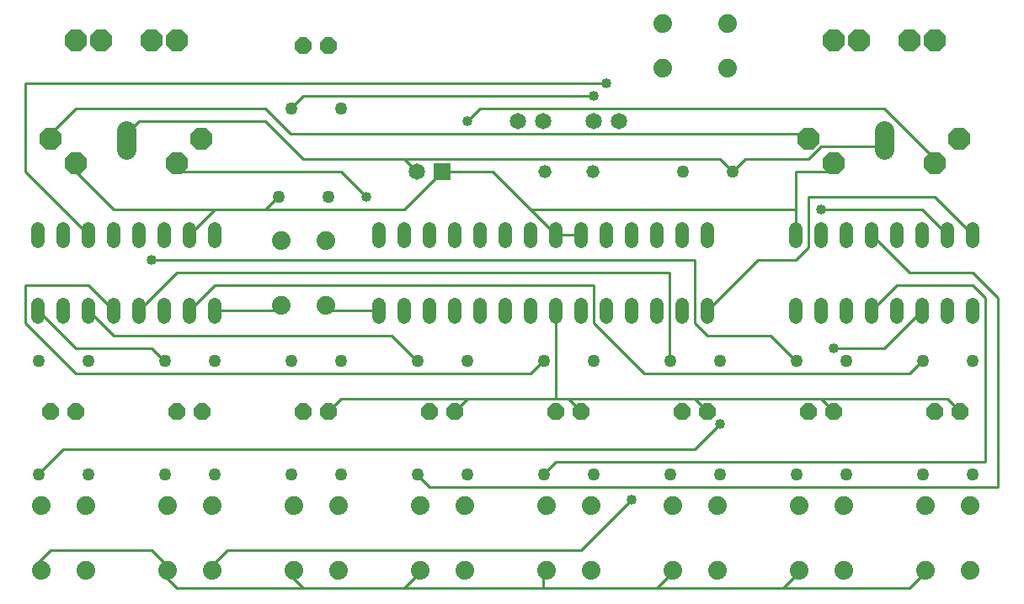
<source format=gbl>
G75*
G70*
%OFA0B0*%
%FSLAX24Y24*%
%IPPOS*%
%LPD*%
%AMOC8*
5,1,8,0,0,1.08239X$1,22.5*
%
%ADD10C,0.0520*%
%ADD11C,0.0740*%
%ADD12C,0.0500*%
%ADD13C,0.0520*%
%ADD14C,0.0650*%
%ADD15C,0.0780*%
%ADD16OC8,0.0860*%
%ADD17OC8,0.0660*%
%ADD18R,0.0650X0.0650*%
%ADD19C,0.0100*%
%ADD20C,0.0400*%
D10*
X004101Y011841D02*
X004101Y012361D01*
X005101Y012361D02*
X005101Y011841D01*
X006101Y011841D02*
X006101Y012361D01*
X007101Y012361D02*
X007101Y011841D01*
X008101Y011841D02*
X008101Y012361D01*
X009101Y012361D02*
X009101Y011841D01*
X010101Y011841D02*
X010101Y012361D01*
X011101Y012361D02*
X011101Y011841D01*
X011101Y014841D02*
X011101Y015361D01*
X010101Y015361D02*
X010101Y014841D01*
X009101Y014841D02*
X009101Y015361D01*
X008101Y015361D02*
X008101Y014841D01*
X007101Y014841D02*
X007101Y015361D01*
X006101Y015361D02*
X006101Y014841D01*
X005101Y014841D02*
X005101Y015361D01*
X004101Y015361D02*
X004101Y014841D01*
X017601Y014841D02*
X017601Y015361D01*
X018601Y015361D02*
X018601Y014841D01*
X019601Y014841D02*
X019601Y015361D01*
X020601Y015361D02*
X020601Y014841D01*
X021601Y014841D02*
X021601Y015361D01*
X022601Y015361D02*
X022601Y014841D01*
X023601Y014841D02*
X023601Y015361D01*
X024601Y015361D02*
X024601Y014841D01*
X025601Y014841D02*
X025601Y015361D01*
X026601Y015361D02*
X026601Y014841D01*
X027601Y014841D02*
X027601Y015361D01*
X028601Y015361D02*
X028601Y014841D01*
X029601Y014841D02*
X029601Y015361D01*
X030601Y015361D02*
X030601Y014841D01*
X034101Y014841D02*
X034101Y015361D01*
X035101Y015361D02*
X035101Y014841D01*
X036101Y014841D02*
X036101Y015361D01*
X037101Y015361D02*
X037101Y014841D01*
X038101Y014841D02*
X038101Y015361D01*
X039101Y015361D02*
X039101Y014841D01*
X040101Y014841D02*
X040101Y015361D01*
X041101Y015361D02*
X041101Y014841D01*
X041101Y012361D02*
X041101Y011841D01*
X040101Y011841D02*
X040101Y012361D01*
X039101Y012361D02*
X039101Y011841D01*
X038101Y011841D02*
X038101Y012361D01*
X037101Y012361D02*
X037101Y011841D01*
X036101Y011841D02*
X036101Y012361D01*
X035101Y012361D02*
X035101Y011841D01*
X034101Y011841D02*
X034101Y012361D01*
X030601Y012361D02*
X030601Y011841D01*
X029601Y011841D02*
X029601Y012361D01*
X028601Y012361D02*
X028601Y011841D01*
X027601Y011841D02*
X027601Y012361D01*
X026601Y012361D02*
X026601Y011841D01*
X025601Y011841D02*
X025601Y012361D01*
X024601Y012361D02*
X024601Y011841D01*
X023601Y011841D02*
X023601Y012361D01*
X022601Y012361D02*
X022601Y011841D01*
X021601Y011841D02*
X021601Y012361D01*
X020601Y012361D02*
X020601Y011841D01*
X019601Y011841D02*
X019601Y012361D01*
X018601Y012361D02*
X018601Y011841D01*
X017601Y011841D02*
X017601Y012361D01*
D11*
X004211Y001821D03*
X005991Y001821D03*
X009211Y001821D03*
X010991Y001821D03*
X014211Y001821D03*
X015991Y001821D03*
X019211Y001821D03*
X020991Y001821D03*
X024211Y001821D03*
X025991Y001821D03*
X029211Y001821D03*
X030991Y001821D03*
X034211Y001821D03*
X035991Y001821D03*
X039211Y001821D03*
X040991Y001821D03*
X040991Y004381D03*
X039211Y004381D03*
X035991Y004381D03*
X034211Y004381D03*
X030991Y004381D03*
X029211Y004381D03*
X025991Y004381D03*
X024211Y004381D03*
X020991Y004381D03*
X019211Y004381D03*
X015991Y004381D03*
X014211Y004381D03*
X010991Y004381D03*
X009211Y004381D03*
X005991Y004381D03*
X004211Y004381D03*
X013711Y012321D03*
X015491Y012321D03*
X015491Y014881D03*
X013711Y014881D03*
X028821Y021711D03*
X031381Y021711D03*
X031381Y023491D03*
X028821Y023491D03*
D12*
X029617Y017601D03*
X031585Y017601D03*
X031085Y010101D03*
X029117Y010101D03*
X026085Y010101D03*
X024117Y010101D03*
X021085Y010101D03*
X019117Y010101D03*
X016085Y010101D03*
X014117Y010101D03*
X011085Y010101D03*
X009117Y010101D03*
X006085Y010101D03*
X004117Y010101D03*
X004117Y005601D03*
X006085Y005601D03*
X009117Y005601D03*
X011085Y005601D03*
X014117Y005601D03*
X016085Y005601D03*
X019117Y005601D03*
X021085Y005601D03*
X024117Y005601D03*
X026085Y005601D03*
X029117Y005601D03*
X031085Y005601D03*
X034117Y005601D03*
X036085Y005601D03*
X039117Y005601D03*
X041085Y005601D03*
X041085Y010101D03*
X039117Y010101D03*
X036085Y010101D03*
X034117Y010101D03*
X016085Y020101D03*
X014117Y020101D03*
X013617Y016601D03*
X015585Y016601D03*
D13*
X024151Y017601D03*
X026051Y017601D03*
D14*
X026101Y019601D03*
X027101Y019601D03*
X024101Y019601D03*
X023101Y019601D03*
X019101Y017601D03*
D15*
X007601Y018469D02*
X007601Y019249D01*
X037601Y019249D02*
X037601Y018469D01*
D16*
X039601Y017937D03*
X040561Y018898D03*
X035601Y017937D03*
X034601Y018898D03*
X035601Y022819D03*
X036601Y022819D03*
X038601Y022819D03*
X039601Y022819D03*
X010561Y018898D03*
X009601Y017937D03*
X005601Y017937D03*
X004601Y018898D03*
X005601Y022819D03*
X006601Y022819D03*
X008601Y022819D03*
X009601Y022819D03*
D17*
X014601Y022601D03*
X015601Y022601D03*
X015601Y008101D03*
X014601Y008101D03*
X010601Y008101D03*
X009601Y008101D03*
X005601Y008101D03*
X004601Y008101D03*
X019601Y008101D03*
X020601Y008101D03*
X024601Y008101D03*
X025601Y008101D03*
X029601Y008101D03*
X030601Y008101D03*
X034601Y008101D03*
X035601Y008101D03*
X039601Y008101D03*
X040601Y008101D03*
D18*
X020101Y017601D03*
D19*
X022101Y017601D01*
X023601Y016101D01*
X034101Y016101D01*
X034101Y015101D01*
X034601Y014601D02*
X034601Y016601D01*
X039601Y016601D01*
X041101Y015101D01*
X040101Y015101D02*
X039101Y016101D01*
X035101Y016101D01*
X034101Y016101D02*
X034101Y017601D01*
X035601Y017601D01*
X035601Y017937D01*
X035101Y018601D02*
X037601Y018601D01*
X037601Y018859D01*
X037601Y020101D02*
X039601Y018101D01*
X039601Y017937D01*
X037601Y020101D02*
X021601Y020101D01*
X021101Y019601D01*
X019101Y017601D02*
X018601Y018101D01*
X031101Y018101D01*
X031601Y017601D01*
X031585Y017601D01*
X031601Y017601D02*
X032101Y018101D01*
X034601Y018101D01*
X035101Y018601D01*
X034601Y018898D02*
X034601Y019101D01*
X014101Y019101D01*
X013101Y020101D01*
X005601Y020101D01*
X004601Y019101D01*
X004601Y018898D01*
X005601Y017937D02*
X005601Y017601D01*
X007101Y016101D01*
X011101Y016101D01*
X010101Y015101D01*
X011101Y016101D02*
X013101Y016101D01*
X018601Y016101D01*
X020101Y017601D01*
X018601Y018101D02*
X014601Y018101D01*
X013101Y019601D01*
X008101Y019601D01*
X007601Y019101D01*
X007601Y018859D01*
X009601Y017937D02*
X009601Y017601D01*
X016101Y017601D01*
X017101Y016601D01*
X013617Y016601D02*
X013601Y016601D01*
X013101Y016101D01*
X008601Y014101D02*
X030101Y014101D01*
X030101Y011601D01*
X030601Y011101D01*
X033101Y011101D01*
X034101Y010101D01*
X034117Y010101D01*
X035601Y010601D02*
X037601Y010601D01*
X039101Y012101D01*
X038101Y013101D02*
X041101Y013101D01*
X041601Y012601D01*
X041601Y006101D01*
X024601Y006101D01*
X024101Y005601D01*
X024117Y005601D01*
X025601Y002601D02*
X027601Y004601D01*
X025601Y002601D02*
X011601Y002601D01*
X011101Y002101D01*
X010991Y001821D01*
X009601Y001101D02*
X014601Y001101D01*
X018601Y001101D01*
X024101Y001101D01*
X024101Y001601D01*
X024211Y001821D01*
X024101Y001101D02*
X028601Y001101D01*
X033601Y001101D01*
X038601Y001101D01*
X039101Y001601D01*
X039211Y001821D01*
X034211Y001821D02*
X034101Y001601D01*
X033601Y001101D01*
X029211Y001821D02*
X029101Y001601D01*
X028601Y001101D01*
X019601Y005101D02*
X019101Y005601D01*
X019117Y005601D01*
X019601Y005101D02*
X042101Y005101D01*
X042101Y012601D01*
X041101Y013601D01*
X038601Y013601D01*
X037101Y015101D01*
X034601Y014601D02*
X034101Y014101D01*
X032601Y014101D01*
X030601Y012101D01*
X029101Y013601D02*
X009601Y013601D01*
X008101Y012101D01*
X007101Y012101D02*
X006101Y013101D01*
X003601Y013101D01*
X003601Y011601D01*
X005601Y009601D01*
X023601Y009601D01*
X024101Y010101D01*
X024117Y010101D01*
X024601Y008601D02*
X024601Y012101D01*
X026101Y011601D02*
X026101Y013101D01*
X011101Y013101D01*
X010101Y012101D01*
X011101Y012101D02*
X013601Y012101D01*
X013711Y012321D01*
X015491Y012321D02*
X015601Y012101D01*
X017601Y012101D01*
X018101Y011101D02*
X007101Y011101D01*
X006101Y012101D01*
X005601Y010601D02*
X004101Y012101D01*
X005601Y010601D02*
X008601Y010601D01*
X009101Y010101D01*
X009117Y010101D01*
X005101Y006601D02*
X004101Y005601D01*
X004117Y005601D01*
X005101Y006601D02*
X030101Y006601D01*
X031101Y007601D01*
X030601Y008101D02*
X030101Y008601D01*
X035101Y008601D01*
X040101Y008601D01*
X040601Y008101D01*
X038601Y009601D02*
X039101Y010101D01*
X039117Y010101D01*
X038601Y009601D02*
X028101Y009601D01*
X026101Y011601D01*
X029101Y010101D02*
X029101Y013601D01*
X025601Y015101D02*
X024601Y015101D01*
X023601Y016101D01*
X026101Y020601D02*
X014601Y020601D01*
X014101Y020101D01*
X014117Y020101D01*
X006101Y015101D02*
X003601Y017601D01*
X003601Y021101D01*
X026601Y021101D01*
X037101Y012101D02*
X038101Y013101D01*
X035101Y008601D02*
X035601Y008101D01*
X030101Y008601D02*
X025101Y008601D01*
X025601Y008101D01*
X025101Y008601D02*
X024601Y008601D01*
X021101Y008601D01*
X016101Y008601D01*
X015601Y008101D01*
X018101Y011101D02*
X019101Y010101D01*
X019117Y010101D01*
X021101Y008601D02*
X020601Y008101D01*
X029101Y010101D02*
X029117Y010101D01*
X019211Y001821D02*
X019101Y001601D01*
X018601Y001101D01*
X014601Y001101D02*
X014101Y001601D01*
X014211Y001821D01*
X009601Y001101D02*
X009101Y001601D01*
X009211Y001821D01*
X009101Y002101D01*
X008601Y002601D01*
X004601Y002601D01*
X004101Y002101D01*
X004211Y001821D01*
D20*
X008601Y014101D03*
X017101Y016601D03*
X021101Y019601D03*
X026101Y020601D03*
X026601Y021101D03*
X035101Y016101D03*
X035601Y010601D03*
X031101Y007601D03*
X027601Y004601D03*
M02*

</source>
